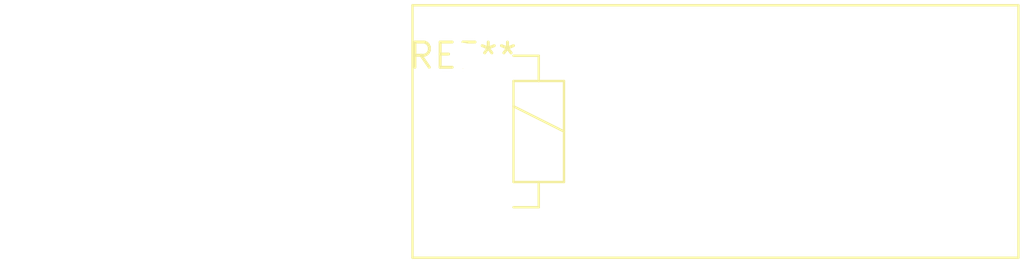
<source format=kicad_pcb>
(kicad_pcb (version 20240108) (generator pcbnew)
  (layers (0 "F.Cu" signal) (31 "B.Cu" signal) (34 "B.Paste" user) (35 "F.Paste" user) (36 "B.SilkS" user "B.Silkscreen") (37 "F.SilkS" user "F.Silkscreen") (38 "B.Mask" user) (39 "F.Mask" user) (44 "Edge.Cuts" user))
  (net 0 "")
  (footprint "Relay_SPST_Schrack-RP-II-1-FormA_RM3.5mm" (layer "F.Cu") (at 0 0)
    (property "Reference" "REF**")
    (property "Value" "Relay_SPST_Schrack-RP-II-1-FormA_RM3.5mm")
    (fp_line (start -2.54 -2.54) (end 27.94 -2.54) (layer "F.SilkS") (stroke (width 0.12)))
    (fp_line (start -2.54 10.16) (end -2.54 -2.54) (layer "F.SilkS") (stroke (width 0.12)))
    (fp_line (start 2.54 0) (end 3.81 0) (layer "F.SilkS") (stroke (width 0.12)))
    (fp_line (start 2.54 1.27) (end 3.81 1.27) (layer "F.SilkS") (stroke (width 0.12)))
    (fp_line (start 2.54 2.54) (end 5.08 3.81) (layer "F.SilkS") (stroke (width 0.12)))
    (fp_line (start 2.54 6.35) (end 2.54 1.27) (layer "F.SilkS") (stroke (width 0.12)))
    (fp_line (start 3.81 0) (end 3.81 1.27) (layer "F.SilkS") (stroke (width 0.12)))
    (fp_line (start 3.81 1.27) (end 5.08 1.27) (layer "F.SilkS") (stroke (width 0.12)))
    (fp_line (start 3.81 6.35) (end 3.81 7.62) (layer "F.SilkS") (stroke (width 0.12)))
    (fp_line (start 3.81 7.62) (end 2.54 7.62) (layer "F.SilkS") (stroke (width 0.12)))
    (fp_line (start 5.08 1.27) (end 5.08 6.35) (layer "F.SilkS") (stroke (width 0.12)))
    (fp_line (start 5.08 6.35) (end 2.54 6.35) (layer "F.SilkS") (stroke (width 0.12)))
    (fp_line (start 27.94 -2.54) (end 27.94 10.16) (layer "F.SilkS") (stroke (width 0.12)))
    (fp_line (start 27.94 10.16) (end -2.54 10.16) (layer "F.SilkS") (stroke (width 0.12)))
    (pad "11" thru_hole circle (at 20.32 0) (size 3 3) (drill 1.3) (layers *.Cu *.Mask) (remove_unused_layers))
    (pad "14" thru_hole circle (at 23.82 7.62) (size 3 3) (drill 1.3) (layers *.Cu *.Mask) (remove_unused_layers))
    (pad "A1" thru_hole circle (at 0 0) (size 3 3) (drill 1.3) (layers *.Cu *.Mask) (remove_unused_layers))
    (pad "A2" thru_hole circle (at 0 7.62) (size 3 3) (drill 1.3) (layers *.Cu *.Mask) (remove_unused_layers))
  )
)
</source>
